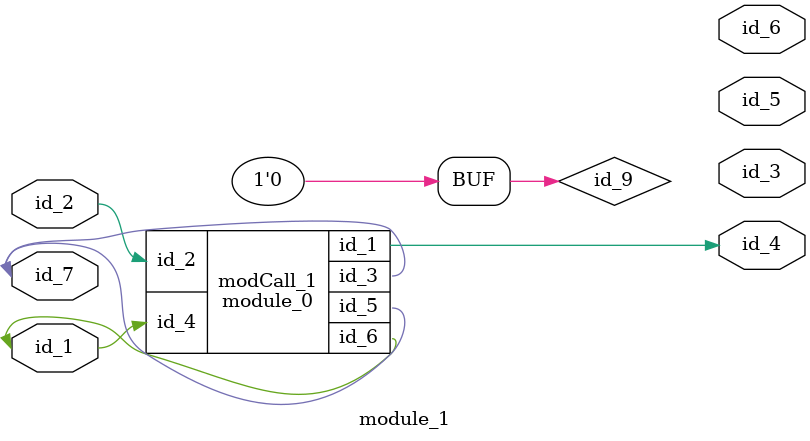
<source format=v>
module module_0 (
    id_1,
    id_2,
    id_3,
    id_4,
    id_5,
    id_6
);
  output wire id_6;
  inout wire id_5;
  input wire id_4;
  output wire id_3;
  input wire id_2;
  output wire id_1;
  wire id_7;
  wire id_8;
  wire id_9 = id_8;
endmodule
module module_1 (
    id_1,
    id_2,
    id_3,
    id_4,
    id_5,
    id_6,
    id_7
);
  inout wire id_7;
  output wire id_6;
  output wire id_5;
  module_0 modCall_1 (
      id_4,
      id_2,
      id_7,
      id_1,
      id_7,
      id_1
  );
  output wire id_4;
  output wire id_3;
  input wire id_2;
  inout wire id_1;
  wire id_8;
  supply0 id_9;
  assign id_9 = -1;
endmodule

</source>
